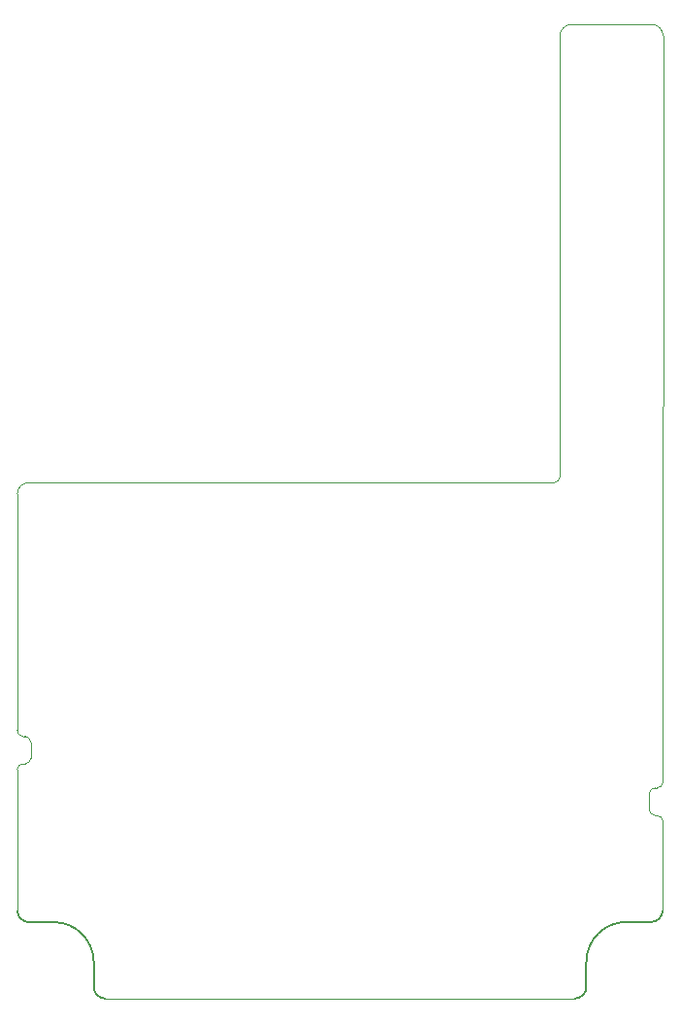
<source format=gbr>
%TF.GenerationSoftware,KiCad,Pcbnew,7.0.1*%
%TF.CreationDate,2024-09-27T15:08:14-07:00*%
%TF.ProjectId,agbc,61676263-2e6b-4696-9361-645f70636258,02*%
%TF.SameCoordinates,Original*%
%TF.FileFunction,Profile,NP*%
%FSLAX46Y46*%
G04 Gerber Fmt 4.6, Leading zero omitted, Abs format (unit mm)*
G04 Created by KiCad (PCBNEW 7.0.1) date 2024-09-27 15:08:14*
%MOMM*%
%LPD*%
G01*
G04 APERTURE LIST*
%TA.AperFunction,Profile*%
%ADD10C,0.100000*%
%TD*%
%TA.AperFunction,Profile*%
%ADD11C,0.200000*%
%TD*%
G04 APERTURE END LIST*
D10*
X108400000Y-112400000D02*
G75*
G03*
X108900000Y-111900000I0J500000D01*
G01*
X164099600Y-48900375D02*
G75*
G03*
X163099625Y-47900000I-1000000J375D01*
G01*
D11*
X163065030Y-126184430D02*
G75*
G03*
X164065030Y-125184872I-30J1000030D01*
G01*
D10*
X163575188Y-114499998D02*
X163400000Y-114499998D01*
X164075188Y-114000186D02*
X164099624Y-48900375D01*
X154600000Y-87871600D02*
G75*
G03*
X155100000Y-87371572I0J500000D01*
G01*
D11*
X160899027Y-126184420D02*
X163065030Y-126184420D01*
D10*
X154600000Y-87871572D02*
X108728272Y-87871572D01*
D11*
X160899027Y-126184427D02*
G75*
G03*
X157399027Y-129684420I-27J-3499973D01*
G01*
X114400000Y-129700000D02*
G75*
G03*
X110900000Y-126200000I-3500000J0D01*
G01*
D10*
X108900000Y-111200000D02*
X108900000Y-111900000D01*
X164074402Y-117400600D02*
G75*
G03*
X163574398Y-116899998I-500002J600D01*
G01*
X108728272Y-87871572D02*
G75*
G03*
X107728272Y-88871417I28J-1000028D01*
G01*
X164074398Y-117400600D02*
X164065030Y-125184872D01*
D11*
X157399027Y-131863908D02*
X157399027Y-129684420D01*
D10*
X163099625Y-47900000D02*
X156100000Y-47900000D01*
X107728272Y-88871417D02*
X107725077Y-109499923D01*
X108900000Y-110500000D02*
G75*
G03*
X108400000Y-110000000I-500000J0D01*
G01*
D11*
X108735935Y-126200000D02*
X110900000Y-126200000D01*
D10*
X108900000Y-111200000D02*
X108900000Y-110500000D01*
X162900000Y-115699998D02*
X162900000Y-116399998D01*
D11*
X156399026Y-132863927D02*
G75*
G03*
X157399027Y-131863908I-26J1000027D01*
G01*
D10*
X163575188Y-114499988D02*
G75*
G03*
X164075188Y-114000186I12J499988D01*
G01*
D11*
X114399936Y-131863864D02*
G75*
G03*
X115399999Y-132863864I1000064J64D01*
G01*
D10*
X156399026Y-132863908D02*
X115399999Y-132863864D01*
X107725100Y-109499923D02*
G75*
G03*
X108225077Y-110000000I500000J-77D01*
G01*
X163574398Y-116899998D02*
X163400000Y-116899998D01*
D11*
X107735900Y-125200201D02*
G75*
G03*
X108735935Y-126200000I1000000J201D01*
G01*
D10*
X108225427Y-112400000D02*
X108400000Y-112400000D01*
X155100000Y-48900000D02*
X155100000Y-87371572D01*
X108225427Y-112400028D02*
G75*
G03*
X107725428Y-112900427I-27J-499972D01*
G01*
D11*
X114400000Y-129700000D02*
X114400000Y-131863864D01*
D10*
X107735935Y-125200201D02*
X107725428Y-112900427D01*
X108225077Y-110000000D02*
X108400000Y-110000000D01*
X163400000Y-114500000D02*
G75*
G03*
X162900000Y-114999998I0J-500000D01*
G01*
X162900000Y-115699998D02*
X162900000Y-114999998D01*
X156100000Y-47900000D02*
G75*
G03*
X155100000Y-48900000I0J-1000000D01*
G01*
X162900002Y-116399998D02*
G75*
G03*
X163400000Y-116899998I499998J-2D01*
G01*
M02*

</source>
